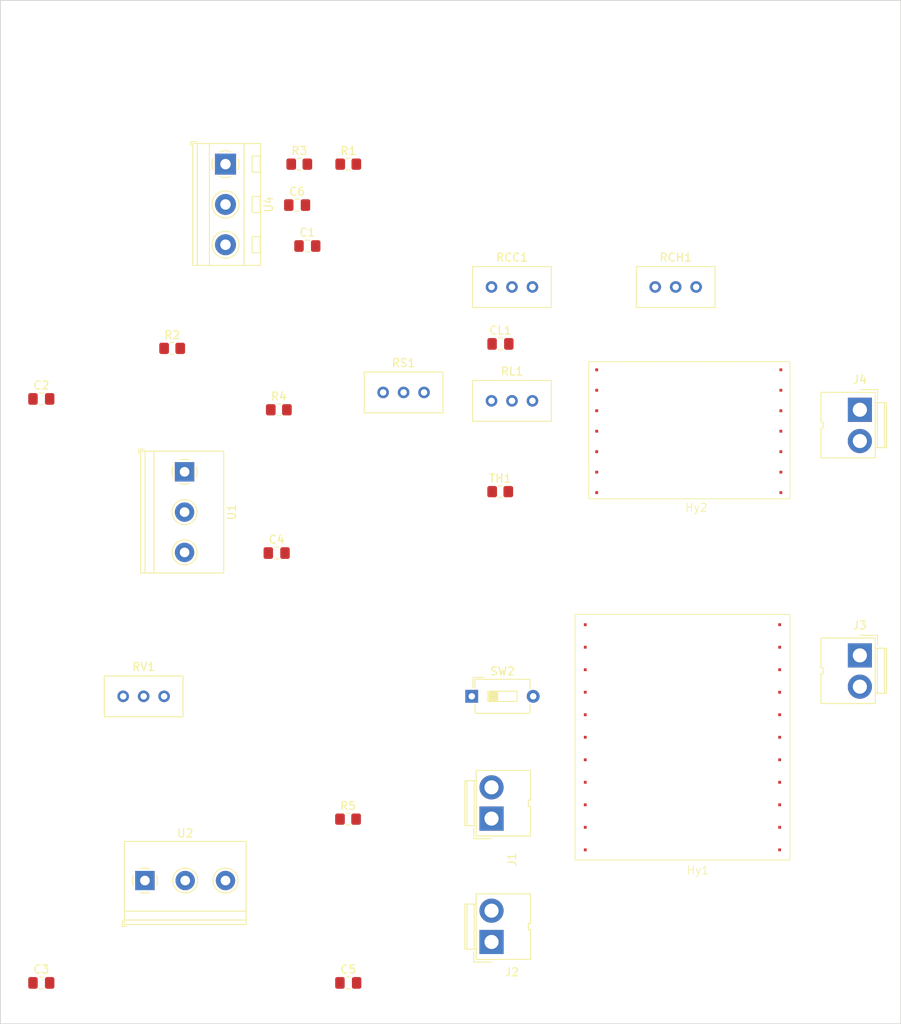
<source format=kicad_pcb>
(kicad_pcb (version 20221018) (generator pcbnew)
  (layers (0 "F.Cu" signal) (31 "B.Cu" signal) (34 "B.Paste" user) (35 "F.Paste" user) (36 "B.SilkS" user "B.Silkscreen") (37 "F.SilkS" user "F.Silkscreen") (38 "B.Mask" user) (39 "F.Mask" user) (44 "Edge.Cuts" user))
  (net 0 "")
  (net 1 "+15V")
  (net 2 "GND")
  (net 3 "-15V")
  (net 4 "/VEE")
  (net 5 "/VMOD")
  (net 6 "Net-(CL1-Pad1)")
  (net 7 "Net-(CL1-Pad2)")
  (net 14 "Net-(J3-Pin_1)")
  (net 19 "Net-(Hy2-Pad1)")
  (net 20 "Net-(Hy2-Pad2)")
  (net 22 "Net-(Hy2-Pad5)")
  (net 23 "Net-(Hy2-Pad6)")
  (net 24 "Net-(Hy2-Pad7)")
  (net 25 "/TEC_C")
  (net 26 "/TEC_H")
  (net 28 "Net-(U1-ADJ)")
  (net 29 "Net-(U2-ADJ)")
  (net 35 "Net-(Hy1-Pad7)")
  (net 36 "/VDD")
  (net 37 "Net-(U4-ADJ)")
  (footprint "Capacitor_SMD:C_0805_2012Metric_Pad1.18x1.45mm_HandSolder" (layer "F.Cu") (at 55.88 149.86)
    (fp_text reference "C3" (at 0 -1.68) (layer "F.SilkS"))
    (fp_text value "0.1uF")
    (fp_line (start -0.261252 -0.735) (end 0.261252 -0.735) (stroke (width 0.12)) (layer "F.SilkS"))
    (fp_line (start -0.261252 0.735) (end 0.261252 0.735) (stroke (width 0.12)) (layer "F.SilkS"))
    (pad "1" smd roundrect (at -1.0375 0) (size 1.175 1.45) (layers "F.Cu" "F.Paste" "F.Mask") (roundrect_rratio 0.212766) (net 3 "-15V"))
    (pad "2" smd roundrect (at 1.0375 0) (size 1.175 1.45) (layers "F.Cu" "F.Paste" "F.Mask") (roundrect_rratio 0.212766) (net 2 "GND"))
  )
  (footprint "Connector:JWT_A3963_1x02_P3.96mm_Vertical" (layer "F.Cu") (at 111.76 129.4725 90)
    (fp_text reference "J1" (at -5.08 2.54 90) (layer "F.SilkS"))
    (fp_text value "Conn_01x02")
    (fp_line (start -2.5 -2.2) (end -2.5 0) (stroke (width 0.12)) (layer "F.SilkS"))
    (fp_line (start -2.16 -1.91) (end -2.16 0) (stroke (width 0.12)) (layer "F.SilkS"))
    (fp_line (start -2.16 -1.91) (end 5.97 -1.91) (stroke (width 0.12)) (layer "F.SilkS"))
    (fp_line (start -2.16 0) (end -2.16 4.83) (stroke (width 0.12)) (layer "F.SilkS"))
    (fp_line (start -1.2 -2.2) (end -2.5 -2.2) (stroke (width 0.12)) (layer "F.SilkS"))
    (fp_line (start -0.89 -3.3) (end 4.7 -3.3) (stroke (width 0.12)) (layer "F.SilkS"))
    (fp_line (start -0.89 -3.05) (end 4.7 -3.05) (stroke (width 0.12)) (layer "F.SilkS"))
    (fp_line (start -0.89 -2.16) (end 4.7 -2.16) (stroke (width 0.12)) (layer "F.SilkS"))
    (fp_line (start -0.89 -1.91) (end -0.89 -3.3) (stroke (width 0.12)) (layer "F.SilkS"))
    (fp_line (start 1.52 4.57) (end 2.29 4.57) (stroke (width 0.12)) (layer "F.SilkS"))
    (fp_line (start 1.52 4.83) (end -2.16 4.83) (stroke (width 0.12)) (layer "F.SilkS"))
    (fp_line (start 1.52 4.83) (end 1.52 4.57) (stroke (width 0.12)) (layer "F.SilkS"))
    (fp_line (start 2.29 4.57) (end 2.29 4.83) (stroke (width 0.12)) (layer "F.SilkS"))
    (fp_line (start 2.29 4.83) (end 5.97 4.83) (stroke (width 0.12)) (layer "F.SilkS"))
    (fp_line (start 4.7 -1.91) (end 4.7 -3.3) (stroke (width 0.12)) (layer "F.SilkS"))
    (fp_line (start 5.97 -1.91) (end 5.97 0) (stroke (width 0.12)) (layer "F.SilkS"))
    (fp_line (start 5.97 4.83) (end 5.97 0) (stroke (width 0.12)) (layer "F.SilkS"))
    (pad "1" thru_hole rect (at 0 0 90) (size 3 3) (drill 1.75) (layers "*.Cu" "*.Mask") (net 1 "+15V"))
    (pad "2" thru_hole circle (at 3.88 0 90) (size 3 3) (drill 1.75) (layers "*.Cu" "*.Mask") (net 2 "GND"))
  )
  (footprint "Capacitor_SMD:C_0805_2012Metric_Pad1.18x1.45mm_HandSolder" (layer "F.Cu") (at 88.9 58.42)
    (fp_text reference "C1" (at 0 -1.68) (layer "F.SilkS"))
    (fp_text value "0.1uF")
    (fp_line (start -0.261252 -0.735) (end 0.261252 -0.735) (stroke (width 0.12)) (layer "F.SilkS"))
    (fp_line (start -0.261252 0.735) (end 0.261252 0.735) (stroke (width 0.12)) (layer "F.SilkS"))
    (pad "1" smd roundrect (at -1.0375 0) (size 1.175 1.45) (layers "F.Cu" "F.Paste" "F.Mask") (roundrect_rratio 0.212766) (net 1 "+15V"))
    (pad "2" smd roundrect (at 1.0375 0) (size 1.175 1.45) (layers "F.Cu" "F.Paste" "F.Mask") (roundrect_rratio 0.212766) (net 2 "GND"))
  )
  (footprint "TerminalBlock_MetzConnect:TerminalBlock_MetzConnect_Type094_RT03503HBLU_1x03_P5.00mm_Horizontal" (layer "F.Cu") (at 78.74 48.26 -90)
    (fp_text reference "U4" (at 5 -5.36 90) (layer "F.SilkS"))
    (fp_text value "LM350T")
    (fp_line (start -2.8 3.56) (end -2.8 4.3) (stroke (width 0.12)) (layer "F.SilkS"))
    (fp_line (start -2.8 4.3) (end -2.3 4.3) (stroke (width 0.12)) (layer "F.SilkS"))
    (fp_line (start -2.56 -4.36) (end -2.56 4.06) (stroke (width 0.12)) (layer "F.SilkS"))
    (fp_line (start -2.56 -4.36) (end 12.56 -4.36) (stroke (width 0.12)) (layer "F.SilkS"))
    (fp_line (start -2.56 -2.301) (end 12.56 -2.301) (stroke (width 0.12)) (layer "F.SilkS"))
    (fp_line (start -2.56 2) (end 12.56 2) (stroke (width 0.12)) (layer "F.SilkS"))
    (fp_line (start -2.56 3.5) (end 12.56 3.5) (stroke (width 0.12)) (layer "F.SilkS"))
    (fp_line (start -2.56 4.06) (end 12.56 4.06) (stroke (width 0.12)) (layer "F.SilkS"))
    (fp_line (start -1 -4.3) (end -1 -3.3) (stroke (width 0.12)) (layer "F.SilkS"))
    (fp_line (start -1 -4.3) (end 1 -4.3) (stroke (width 0.12)) (layer "F.SilkS"))
    (fp_line (start -1 -3.3) (end 1 -3.3) (stroke (width 0.12)) (layer "F.SilkS"))
    (fp_line (start 1 -4.3) (end 1 -3.3) (stroke (width 0.12)) (layer "F.SilkS"))
    (fp_line (start 3.773 1.023) (end 3.726 1.069) (stroke (width 0.12)) (layer "F.SilkS"))
    (fp_line (start 3.966 1.239) (end 3.931 1.274) (stroke (width 0.12)) (layer "F.SilkS"))
    (fp_line (start 4 -4.3) (end 4 -3.3) (stroke (width 0.12)) (layer "F.SilkS"))
    (fp_line (start 4 -4.3) (end 6 -4.3) (stroke (width 0.12)) (layer "F.SilkS"))
    (fp_line (start 4 -3.3) (end 6 -3.3) (stroke (width 0.12)) (layer "F.SilkS"))
    (fp_line (start 6 -4.3) (end 6 -3.3) (stroke (width 0.12)) (layer "F.SilkS"))
    (fp_line (start 6.07 -1.275) (end 6.035 -1.239) (stroke (width 0.12)) (layer "F.SilkS"))
    (fp_line (start 6.275 -1.069) (end 6.228 -1.023) (stroke (width 0.12)) (layer "F.SilkS"))
    (fp_line (start 8.773 1.023) (end 8.726 1.069) (stroke (width 0.12)) (layer "F.SilkS"))
    (fp_line (start 8.966 1.239) (end 8.931 1.274) (stroke (width 0.12)) (layer "F.SilkS"))
    (fp_line (start 9 -4.3) (end 9 -3.3) (stroke (width 0.12)) (layer "F.SilkS"))
    (fp_line (start 9 -4.3) (end 11 -4.3) (stroke (width 0.12)) (layer "F.SilkS"))
    (fp_line (start 9 -3.3) (end 11 -3.3) (stroke (width 0.12)) (layer "F.SilkS"))
    (fp_line (start 11 -4.3) (end 11 -3.3) (stroke (width 0.12)) (layer "F.SilkS"))
    (fp_line (start 11.07 -1.275) (end 11.035 -1.239) (stroke (width 0.12)) (layer "F.SilkS"))
    (fp_line (start 11.275 -1.069) (end 11.228 -1.023) (stroke (width 0.12)) (layer "F.SilkS"))
    (fp_line (start 12.56 -4.36) (end 12.56 4.06) (stroke (width 0.12)) (layer "F.SilkS"))
    (fp_arc (start -1.535427 0.683042) (mid -1.680501 -0.000524) (end -1.535 -0.684) (stroke (width 0.12)) (layer "F.SilkS"))
    (fp_arc (start -0.683042 -1.535427) (mid 0.000524 -1.680501) (end 0.684 -1.535) (stroke (width 0.12)) (layer "F.SilkS"))
    (fp_arc (start 0.028805 1.680253) (mid -0.335551 1.646659) (end -0.684 1.535) (stroke (width 0.12)) (layer "F.SilkS"))
    (fp_arc (start 0.683318 1.534756) (mid 0.349292 1.643288) (end 0 1.68) (stroke (width 0.12)) (layer "F.SilkS"))
    (fp_arc (start 1.535427 -0.683042) (mid 1.680501 0.000524) (end 1.535 0.684) (stroke (width 0.12)) (layer "F.SilkS"))
    (fp_circle (center 5 0) (end 6.68 0) (stroke (width 0.12)) (fill none) (layer "F.SilkS"))
    (fp_circle (center 10 0) (end 11.68 0) (stroke (width 0.12)) (fill none) (layer "F.SilkS"))
    (pad "1" thru_hole rect (at 0 0 270) (size 2.6 2.6) (drill 1.3) (layers "*.Cu" "*.Mask") (net 37 "Net-(U4-ADJ)"))
    (pad "2" thru_hole circle (at 5 0 270) (size 2.6 2.6) (drill 1.3) (layers "*.Cu" "*.Mask") (net 36 "/VDD"))
    (pad "3" thru_hole circle (at 10 0 270) (size 2.6 2.6) (drill 1.3) (layers "*.Cu" "*.Mask") (net 1 "+15V"))
  )
  (footprint "Resistor_SMD:R_0805_2012Metric_Pad1.20x1.40mm_HandSolder" (layer "F.Cu") (at 72.12 71.12)
    (fp_text reference "R2" (at 0 -1.65) (layer "F.SilkS"))
    (fp_text value "1032")
    (fp_line (start -0.227064 -0.735) (end 0.227064 -0.735) (stroke (width 0.12)) (layer "F.SilkS"))
    (fp_line (start -0.227064 0.735) (end 0.227064 0.735) (stroke (width 0.12)) (layer "F.SilkS"))
    (pad "1" smd roundrect (at -1 0) (size 1.2 1.4) (layers "F.Cu" "F.Paste" "F.Mask") (roundrect_rratio 0.208333) (net 28 "Net-(U1-ADJ)"))
    (pad "2" smd roundrect (at 1 0) (size 1.2 1.4) (layers "F.Cu" "F.Paste" "F.Mask") (roundrect_rratio 0.208333) (net 2 "GND"))
  )
  (footprint "Capacitor_SMD:C_0805_2012Metric_Pad1.18x1.45mm_HandSolder" (layer "F.Cu") (at 55.88 77.39452)
    (fp_text reference "C2" (at 0 -1.68) (layer "F.SilkS"))
    (fp_text value "0.1uF")
    (fp_line (start -0.261252 -0.735) (end 0.261252 -0.735) (stroke (width 0.12)) (layer "F.SilkS"))
    (fp_line (start -0.261252 0.735) (end 0.261252 0.735) (stroke (width 0.12)) (layer "F.SilkS"))
    (pad "1" smd roundrect (at -1.0375 0) (size 1.175 1.45) (layers "F.Cu" "F.Paste" "F.Mask") (roundrect_rratio 0.212766) (net 3 "-15V"))
    (pad "2" smd roundrect (at 1.0375 0) (size 1.175 1.45) (layers "F.Cu" "F.Paste" "F.Mask") (roundrect_rratio 0.212766) (net 2 "GND"))
  )
  (footprint "Resistor_SMD:R_0805_2012Metric_Pad1.20x1.40mm_HandSolder" (layer "F.Cu") (at 85.36 78.74)
    (fp_text reference "R4" (at 0 -1.65) (layer "F.SilkS"))
    (fp_text value "120")
    (fp_line (start -0.227064 -0.735) (end 0.227064 -0.735) (stroke (width 0.12)) (layer "F.SilkS"))
    (fp_line (start -0.227064 0.735) (end 0.227064 0.735) (stroke (width 0.12)) (layer "F.SilkS"))
    (pad "1" smd roundrect (at -1 0) (size 1.2 1.4) (layers "F.Cu" "F.Paste" "F.Mask") (roundrect_rratio 0.208333) (net 28 "Net-(U1-ADJ)"))
    (pad "2" smd roundrect (at 1 0) (size 1.2 1.4) (layers "F.Cu" "F.Paste" "F.Mask") (roundrect_rratio 0.208333) (net 4 "/VEE"))
  )
  (footprint "Potentiometer_THT:Potentiometer_Bourns_3296W_Vertical" (layer "F.Cu") (at 103.385 76.59)
    (fp_text reference "RS1" (at -2.54 -3.66) (layer "F.SilkS"))
    (fp_text value "18k1")
    (fp_line (start -7.425 -2.53) (end -7.425 2.54) (stroke (width 0.12)) (layer "F.SilkS"))
    (fp_line (start -7.425 -2.53) (end 2.345 -2.53) (stroke (width 0.12)) (layer "F.SilkS"))
    (fp_line (start -7.425 2.54) (end 2.345 2.54) (stroke (width 0.12)) (layer "F.SilkS"))
    (fp_line (start 2.345 -2.53) (end 2.345 2.54) (stroke (width 0.12)) (layer "F.SilkS"))
    (pad "1" thru_hole circle (at 0 0) (size 1.44 1.44) (drill 0.8) (layers "*.Cu" "*.Mask"))
    (pad "2" thru_hole circle (at -2.54 0) (size 1.44 1.44) (drill 0.8) (layers "*.Cu" "*.Mask") (net 19 "Net-(Hy2-Pad1)"))
    (pad "3" thru_hole circle (at -5.08 0) (size 1.44 1.44) (drill 0.8) (layers "*.Cu" "*.Mask") (net 24 "Net-(Hy2-Pad7)"))
  )
  (footprint "TerminalBlock_Philmore:TerminalBlock_Philmore_TB133_1x03_P5.00mm_Horizontal" (layer "F.Cu") (at 68.74 137.16)
    (fp_text reference "U2" (at 5 -5.86) (layer "F.SilkS"))
    (fp_text value "LM337T")
    (fp_line (start -2.8 4.96) (end -2.8 5.7) (stroke (width 0.12)) (layer "F.SilkS"))
    (fp_line (start -2.8 5.7) (end -2.3 5.7) (stroke (width 0.12)) (layer "F.SilkS"))
    (fp_line (start -2.56 -4.86) (end -2.56 5.46) (stroke (width 0.12)) (layer "F.SilkS"))
    (fp_line (start -2.56 -4.86) (end 12.56 -4.86) (stroke (width 0.12)) (layer "F.SilkS"))
    (fp_line (start -2.56 3.8) (end 12.56 3.8) (stroke (width 0.12)) (layer "F.SilkS"))
    (fp_line (start -2.56 4.9) (end 12.56 4.9) (stroke (width 0.12)) (layer "F.SilkS"))
    (fp_line (start -2.56 5.46) (end 12.56 5.46) (stroke (width 0.12)) (layer "F.SilkS"))
    (fp_line (start 12.56 -4.86) (end 12.56 5.46) (stroke (width 0.12)) (layer "F.SilkS"))
    (fp_arc (start -1.432109 0.607742) (mid -1.555727 -0.00014) (end -1.432 -0.608) (stroke (width 0.12)) (layer "F.SilkS"))
    (fp_arc (start -0.607742 -1.432109) (mid 0.00014 -1.555727) (end 0.608 -1.432) (stroke (width 0.12)) (layer "F.SilkS"))
    (fp_arc (start 0.027011 1.555493) (mid -0.296984 1.527118) (end -0.608 1.432) (stroke (width 0.12)) (layer "F.SilkS"))
    (fp_arc (start 0.607587 1.431385) (mid 0.310017 1.523783) (end 0 1.555) (stroke (width 0.12)) (layer "F.SilkS"))
    (fp_arc (start 1.432109 -0.607742) (mid 1.555727 0.00014) (end 1.432 0.608) (stroke (width 0.12)) (layer "F.SilkS"))
    (fp_circle (center 5 0) (end 6.555 0) (stroke (width 0.12)) (fill none) (layer "F.SilkS"))
    (fp_circle (center 10 0) (end 11.555 0) (stroke (width 0.12)) (fill none) (layer "F.SilkS"))
    (pad "1" thru_hole rect (at 0 0) (size 2.4 2.4) (drill 1.2) (layers "*.Cu" "*.Mask") (net 29 "Net-(U2-ADJ)"))
    (pad "2" thru_hole circle (at 5 0) (size 2.4 2.4) (drill 1.2) (layers "*.Cu" "*.Mask") (net 3 "-15V"))
    (pad "3" thru_hole circle (at 10 0) (size 2.4 2.4) (drill 1.2) (layers "*.Cu" "*.Mask") (net 5 "/VMOD"))
  )
  (footprint "Resistor_SMD:R_0805_2012Metric_Pad1.20x1.40mm_HandSolder" (layer "F.Cu") (at 112.84 88.9)
    (fp_text reference "TH1" (at 0 -1.65) (layer "F.SilkS"))
    (fp_text value "Thermistor")
    (fp_line (start -0.227064 -0.735) (end 0.227064 -0.735) (stroke (width 0.12)) (layer "F.SilkS"))
    (fp_line (start -0.227064 0.735) (end 0.227064 0.735) (stroke (width 0.12)) (layer "F.SilkS"))
    (pad "1" smd roundrect (at -1 0) (size 1.2 1.4) (layers "F.Cu" "F.Paste" "F.Mask") (roundrect_rratio 0.208333) (net 23 "Net-(Hy2-Pad6)"))
    (pad "2" smd roundrect (at 1 0) (size 1.2 1.4) (layers "F.Cu" "F.Paste" "F.Mask") (roundrect_rratio 0.208333) (net 24 "Net-(Hy2-Pad7)"))
  )
  (footprint "TerminalBlock_Philmore:TerminalBlock_Philmore_TB133_1x03_P5.00mm_Horizontal" (layer "F.Cu") (at 73.66 86.44 -90)
    (fp_text reference "U1" (at 5 -5.86 90) (layer "F.SilkS"))
    (fp_text value "LM337T")
    (fp_line (start -2.8 4.96) (end -2.8 5.7) (stroke (width 0.12)) (layer "F.SilkS"))
    (fp_line (start -2.8 5.7) (end -2.3 5.7) (stroke (width 0.12)) (layer "F.SilkS"))
    (fp_line (start -2.56 -4.86) (end -2.56 5.46) (stroke (width 0.12)) (layer "F.SilkS"))
    (fp_line (start -2.56 -4.86) (end 12.56 -4.86) (stroke (width 0.12)) (layer "F.SilkS"))
    (fp_line (start -2.56 3.8) (end 12.56 3.8) (stroke (width 0.12)) (layer "F.SilkS"))
    (fp_line (start -2.56 4.9) (end 12.56 4.9) (stroke (width 0.12)) (layer "F.SilkS"))
    (fp_line (start -2.56 5.46) (end 12.56 5.46) (stroke (width 0.12)) (layer "F.SilkS"))
    (fp_line (start 12.56 -4.86) (end 12.56 5.46) (stroke (width 0.12)) (layer "F.SilkS"))
    (fp_arc (start -1.432109 0.607742) (mid -1.555727 -0.00014) (end -1.432 -0.608) (stroke (width 0.12)) (layer "F.SilkS"))
    (fp_arc (start -0.607742 -1.432109) (mid 0.00014 -1.555727) (end 0.608 -1.432) (stroke (width 0.12)) (layer "F.SilkS"))
    (fp_arc (start 0.027011 1.555493) (mid -0.296984 1.527118) (end -0.608 1.432) (stroke (width 0.12)) (layer "F.SilkS"))
    (fp_arc (start 0.607587 1.431385) (mid 0.310017 1.523783) (end 0 1.555) (stroke (width 0.12)) (layer "F.SilkS"))
    (fp_arc (start 1.432109 -0.607742) (mid 1.555727 0.00014) (end 1.432 0.608) (stroke (width 0.12)) (layer "F.SilkS"))
    (fp_circle (center 5 0) (end 6.555 0) (stroke (width 0.12)) (fill none) (layer "F.SilkS"))
    (fp_circle (center 10 0) (end 11.555 0) (stroke (width 0.12)) (fill none) (layer "F.SilkS"))
    (pad "1" thru_hole rect (at 0 0 270) (size 2.4 2.4) (drill 1.2) (layers "*.Cu" "*.Mask") (net 28 "Net-(U1-ADJ)"))
    (pad "2" thru_hole circle (at 5 0 270) (size 2.4 2.4) (drill 1.2) (layers "*.Cu" "*.Mask") (net 3 "-15V"))
    (pad "3" thru_hole circle (at 10 0 270) (size 2.4 2.4) (drill 1.2) (layers "*.Cu" "*.Mask") (net 4 "/VEE"))
  )
  (footprint "Capacitor_SMD:C_0805_2012Metric_Pad1.18x1.45mm_HandSolder" (layer "F.Cu") (at 85.09 96.52)
    (fp_text reference "C4" (at 0 -1.68) (layer "F.SilkS"))
    (fp_text value "1uF")
    (fp_line (start -0.261252 -0.735) (end 0.261252 -0.735) (stroke (width 0.12)) (layer "F.SilkS"))
    (fp_line (start -0.261252 0.735) (end 0.261252 0.735) (stroke (width 0.12)) (layer "F.SilkS"))
    (pad "1" smd roundrect (at -1.0375 0) (size 1.175 1.45) (layers "F.Cu" "F.Paste" "F.Mask") (roundrect_rratio 0.212766) (net 4 "/VEE"))
    (pad "2" smd roundrect (at 1.0375 0) (size 1.175 1.45) (layers "F.Cu" "F.Paste" "F.Mask") (roundrect_rratio 0.212766) (net 2 "GND"))
  )
  (footprint "Resistor_SMD:R_0805_2012Metric_Pad1.20x1.40mm_HandSolder" (layer "F.Cu") (at 93.95 129.54)
    (fp_text reference "R5" (at 0 -1.65) (layer "F.SilkS"))
    (fp_text value "120")
    (fp_line (start -0.227064 -0.735) (end 0.227064 -0.735) (stroke (width 0.12)) (layer "F.SilkS"))
    (fp_line (start -0.227064 0.735) (end 0.227064 0.735) (stroke (width 0.12)) (layer "F.SilkS"))
    (pad "1" smd roundrect (at -1 0) (size 1.2 1.4) (layers "F.Cu" "F.Paste" "F.Mask") (roundrect_rratio 0.208333) (net 29 "Net-(U2-ADJ)"))
    (pad "2" smd roundrect (at 1 0) (size 1.2 1.4) (layers "F.Cu" "F.Paste" "F.Mask") (roundrect_rratio 0.208333) (net 5 "/VMOD"))
  )
  (footprint "Connector:JWT_A3963_1x02_P3.96mm_Vertical" (layer "F.Cu") (at 111.76 144.78 90)
    (fp_text reference "J2" (at -3.74 2.54 180) (layer "F.SilkS"))
    (fp_text value "Conn_01x02")
    (fp_line (start -2.5 -2.2) (end -2.5 0) (stroke (width 0.12)) (layer "F.SilkS"))
    (fp_line (start -2.16 -1.91) (end -2.16 0) (stroke (width 0.12)) (layer "F.SilkS"))
    (fp_line (start -2.16 -1.91) (end 5.97 -1.91) (stroke (width 0.12)) (layer "F.SilkS"))
    (fp_line (start -2.16 0) (end -2.16 4.83) (stroke (width 0.12)) (layer "F.SilkS"))
    (fp_line (start -1.2 -2.2) (end -2.5 -2.2) (stroke (width 0.12)) (layer "F.SilkS"))
    (fp_line (start -0.89 -3.3) (end 4.7 -3.3) (stroke (width 0.12)) (layer "F.SilkS"))
    (fp_line (start -0.89 -3.05) (end 4.7 -3.05) (stroke (width 0.12)) (layer "F.SilkS"))
    (fp_line (start -0.89 -2.16) (end 4.7 -2.16) (stroke (width 0.12)) (layer "F.SilkS"))
    (fp_line (start -0.89 -1.91) (end -0.89 -3.3) (stroke (width 0.12)) (layer "F.SilkS"))
    (fp_line (start 1.52 4.57) (end 2.29 4.57) (stroke (width 0.12)) (layer "F.SilkS"))
    (fp_line (start 1.52 4.83) (end -2.16 4.83) (stroke (width 0.12)) (layer "F.SilkS"))
    (fp_line (start 1.52 4.83) (end 1.52 4.57) (stroke (width 0.12)) (layer "F.SilkS"))
    (fp_line (start 2.29 4.57) (end 2.29 4.83) (stroke (width 0.12)) (layer "F.SilkS"))
    (fp_line (start 2.29 4.83) (end 5.97 4.83) (stroke (width 0.12)) (layer "F.SilkS"))
    (fp_line (start 4.7 -1.91) (end 4.7 -3.3) (stroke (width 0.12)) (layer "F.SilkS"))
    (fp_line (start 5.97 -1.91) (end 5.97 0) (stroke (width 0.12)) (layer "F.SilkS"))
    (fp_line (start 5.97 4.83) (end 5.97 0) (stroke (width 0.12)) (layer "F.SilkS"))
    (pad "1" thru_hole rect (at 0 0 90) (size 3 3) (drill 1.75) (layers "*.Cu" "*.Mask") (net 3 "-15V"))
    (pad "2" thru_hole circle (at 3.88 0 90) (size 3 3) (drill 1.75) (layers "*.Cu" "*.Mask") (net 2 "GND"))
  )
  (footprint "Potentiometer_THT:Potentiometer_Bourns_3296W_Vertical" (layer "F.Cu") (at 116.84 63.5)
    (fp_text reference "RCC1" (at -2.54 -3.66) (layer "F.SilkS"))
    (fp_text value "15k1")
    (fp_line (start -7.425 -2.53) (end -7.425 2.54) (stroke (width 0.12)) (layer "F.SilkS"))
    (fp_line (start -7.425 -2.53) (end 2.345 -2.53) (stroke (width 0.12)) (layer "F.SilkS"))
    (fp_line (start -7.425 2.54) (end 2.345 2.54) (stroke (width 0.12)) (layer "F.SilkS"))
    (fp_line (start 2.345 -2.53) (end 2.345 2.54) (stroke (width 0.12)) (layer "F.SilkS"))
    (pad "1" thru_hole circle (at 0 0) (size 1.44 1.44) (drill 0.8) (layers "*.Cu" "*.Mask"))
    (pad "2" thru_hole circle (at -2.54 0) (size 1.44 1.44) (drill 0.8) (layers "*.Cu" "*.Mask") (net 19 "Net-(Hy2-Pad1)"))
    (pad "3" thru_hole circle (at -5.08 0) (size 1.44 1.44) (drill 0.8) (layers "*.Cu" "*.Mask") (net 6 "Net-(CL1-Pad1)"))
  )
  (footprint "Button_Switch_THT:SW_DIP_SPSTx01_Slide_6.7x4.1mm_W7.62mm_P2.54mm_LowProfile" (layer "F.Cu") (at 109.31 114.3)
    (fp_text reference "SW2" (at 3.81 -3.11) (layer "F.SilkS"))
    (fp_text value "SW_DIP_x01")
    (fp_line (start 0.16 -2.35) (end 0.16 -1.04) (stroke (width 0.12)) (layer "F.SilkS"))
    (fp_line (start 0.16 -2.35) (end 1.543 -2.35) (stroke (width 0.12)) (layer "F.SilkS"))
    (fp_line (start 0.4 -2.11) (end 0.4 -1.04) (stroke (width 0.12)) (layer "F.SilkS"))
    (fp_line (start 0.4 -2.11) (end 7.221 -2.11) (stroke (width 0.12)) (layer "F.SilkS"))
    (fp_line (start 0.4 1.04) (end 0.4 2.11) (stroke (width 0.12)) (layer "F.SilkS"))
    (fp_line (start 0.4 2.11) (end 7.221 2.11) (stroke (width 0.12)) (layer "F.SilkS"))
    (fp_line (start 2 -0.635) (end 2 0.635) (stroke (width 0.12)) (layer "F.SilkS"))
    (fp_line (start 2 -0.515) (end 3.206667 -0.515) (stroke (width 0.12)) (layer "F.SilkS"))
    (fp_line (start 2 -0.395) (end 3.206667 -0.395) (stroke (width 0.12)) (layer "F.SilkS"))
    (fp_line (start 2 -0.275) (end 3.206667 -0.275) (stroke (width 0.12)) (layer "F.SilkS"))
    (fp_line (start 2 -0.155) (end 3.206667 -0.155) (stroke (width 0.12)) (layer "F.SilkS"))
    (fp_line (start 2 -0.035) (end 3.206667 -0.035) (stroke (width 0.12)) (layer "F.SilkS"))
    (fp_line (start 2 0.085) (end 3.206667 0.085) (stroke (width 0.12)) (layer "F.SilkS"))
    (fp_line (start 2 0.205) (end 3.206667 0.205) (stroke (width 0.12)) (layer "F.SilkS"))
    (fp_line (start 2 0.325) (end 3.206667 0.325) (stroke (width 0.12)) (layer "F.SilkS"))
    (fp_line (start 2 0.445) (end 3.206667 0.445) (stroke (width 0.12)) (layer "F.SilkS"))
    (fp_line (start 2 0.565) (end 3.206667 0.565) (stroke (width 0.12)) (layer "F.SilkS"))
    (fp_line (start 2 0.635) (end 5.62 0.635) (stroke (width 0.12)) (layer "F.SilkS"))
    (fp_line (start 3.206667 -0.635) (end 3.206667 0.635) (stroke (width 0.12)) (layer "F.SilkS"))
    (fp_line (start 5.62 -0.635) (end 2 -0.635) (stroke (width 0.12)) (layer "F.SilkS"))
    (fp_line (start 5.62 0.635) (end 5.62 -0.635) (stroke (width 0.12)) (layer "F.SilkS"))
    (fp_line (start 7.221 -2.11) (end 7.221 -0.99) (stroke (width 0.12)) (layer "F.SilkS"))
    (fp_line (start 7.221 0.99) (end 7.221 2.11) (stroke (width 0.12)) (layer "F.SilkS"))
    (pad "1" thru_hole rect (at 0 0) (size 1.6 1.6) (drill 0.8) (layers "*.Cu" "*.Mask") (net 4 "/VEE"))
    (pad "2" thru_hole oval (at 7.62 0) (size 1.6 1.6) (drill 0.8) (layers "*.Cu" "*.Mask") (net 35 "Net-(Hy1-Pad7)"))
  )
  (footprint "Connector:JWT_A3963_1x02_P3.96mm_Vertical" (layer "F.Cu") (at 157.48 109.22 -90)
    (fp_text reference "J3" (at -3.74 0 -180) (layer "F.SilkS"))
    (fp_text value "Conn_01x02")
    (fp_line (start -2.5 -2.2) (end -2.5 0) (stroke (width 0.12)) (layer "F.SilkS"))
    (fp_line (start -2.16 -1.91) (end -2.16 0) (stroke (width 0.12)) (layer "F.SilkS"))
    (fp_line (start -2.16 -1.91) (end 5.97 -1.91) (stroke (width 0.12)) (layer "F.SilkS"))
    (fp_line (start -2.16 0) (end -2.16 4.83) (stroke (width 0.12)) (layer "F.SilkS"))
    (fp_line (start -1.2 -2.2) (end -2.5 -2.2) (stroke (width 0.12)) (layer "F.SilkS"))
    (fp_line (start -0.89 -3.3) (end 4.7 -3.3) (stroke (width 0.12)) (layer "F.SilkS"))
    (fp_line (start -0.89 -3.05) (end 4.7 -3.05) (stroke (width 0.12)) (layer "F.SilkS"))
    (fp_line (start -0.89 -2.16) (end 4.7 -2.16) (stroke (width 0.12)) (layer "F.SilkS"))
    (fp_line (start -0.89 -1.91) (end -0.89 -3.3) (stroke (width 0.12)) (layer "F.SilkS"))
    (fp_line (start 1.52 4.57) (end 2.29 4.57) (stroke (width 0.12)) (layer "F.SilkS"))
    (fp_line (start 1.52 4.83) (end -2.16 4.83) (stroke (width 0.12)) (layer "F.SilkS"))
    (fp_line (start 1.52 4.83) (end 1.52 4.57) (stroke (width 0.12)) (layer "F.SilkS"))
    (fp_line (start 2.29 4.57) (end 2.29 4.83) (stroke (width 0.12)) (layer "F.SilkS"))
    (fp_line (start 2.29 4.83) (end 5.97 4.83) (stroke (width 0.12)) (layer "F.SilkS"))
    (fp_line (start 4.7 -1.91) (end 4.7 -3.3) (stroke (width 0.12)) (layer "F.SilkS"))
    (fp_line (start 5.97 -1.91) (end 5.97 0) (stroke (width 0.12)) (layer "F.SilkS"))
    (fp_line (start 5.97 4.83) (end 5.97 0) (stroke (width 0.12)) (layer "F.SilkS"))
    (pad "1" thru_hole rect (at 0 0 270) (size 3 3) (drill 1.75) (layers "*.Cu" "*.Mask") (net 14 "Net-(J3-Pin_1)"))
    (pad "2" thru_hole circle (at 3.88 0 270) (size 3 3) (drill 1.75) (layers "*.Cu" "*.Mask") (net 2 "GND"))
  )
  (footprint "Connector:JWT_A3963_1x02_P3.96mm_Vertical" (layer "F.Cu") (at 157.48 78.74 -90)
    (fp_text reference "J4" (at -3.74 0 -180) (layer "F.SilkS"))
    (fp_text value "Conn_01x02")
    (fp_line (start -2.5 -2.2) (end -2.5 0) (stroke (width 0.12)) (layer "F.SilkS"))
    (fp_line (start -2.16 -1.91) (end -2.16 0) (stroke (width 0.12)) (layer "F.SilkS"))
    (fp_line (start -2.16 -1.91) (end 5.97 -1.91) (stroke (width 0.12)) (layer "F.SilkS"))
    (fp_line (start -2.16 0) (end -2.16 4.83) (stroke (width 0.12)) (layer "F.SilkS"))
    (fp_line (start -1.2 -2.2) (end -2.5 -2.2) (stroke (width 0.12)) (layer "F.SilkS"))
    (fp_line (start -0.89 -3.3) (end 4.7 -3.3) (stroke (width 0.12)) (layer "F.SilkS"))
    (fp_line (start -0.89 -3.05) (end 4.7 -3.05) (stroke (width 0.12)) (layer "F.SilkS"))
    (fp_line (start -0.89 -2.16) (end 4.7 -2.16) (stroke (width 0.12)) (layer "F.SilkS"))
    (fp_line (start -0.89 -1.91) (end -0.89 -3.3) (stroke (width 0.12)) (layer "F.SilkS"))
    (fp_line (start 1.52 4.57) (end 2.29 4.57) (stroke (width 0.12)) (layer "F.SilkS"))
    (fp_line (start 1.52 4.83) (end -2.16 4.83) (stroke (width 0.12)) (layer "F.SilkS"))
    (fp_line (start 1.52 4.83) (end 1.52 4.57) (stroke (width 0.12)) (layer "F.SilkS"))
    (fp_line (start 2.29 4.57) (end 2.29 4.83) (stroke (width 0.12)) (layer "F.SilkS"))
    (fp_line (start 2.29 4.83) (end 5.97 4.83) (stroke (width 0.12)) (layer "F.SilkS"))
    (fp_line (start 4.7 -1.91) (end 4.7 -3.3) (stroke (width 0.12)) (layer "F.SilkS"))
    (fp_line (start 5.97 -1.91) (end 5.97 0) (stroke (width 0.12)) (layer "F.SilkS"))
    (fp_line (start 5.97 4.83) (end 5.97 0) (stroke (width 0.12)) (layer "F.SilkS"))
    (pad "1" thru_hole rect (at 0 0 270) (size 3 3) (drill 1.75) (layers "*.Cu" "*.Mask") (net 26 "/TEC_H"))
    (pad "2" thru_hole circle (at 3.88 0 270) (size 3 3) (drill 1.75) (layers "*.Cu" "*.Mask") (net 25 "/TEC_C"))
  )
  (footprint "Capacitor_SMD:C_0805_2012Metric_Pad1.18x1.45mm_HandSolder" (layer "F.Cu") (at 112.87 70.565875)
    (fp_text reference "CL1" (at 0 -1.68) (layer "F.SilkS"))
    (fp_text value "1uF")
    (fp_line (start -0.261252 -0.735) (end 0.261252 -0.735) (stroke (width 0.12)) (layer "F.SilkS"))
    (fp_line (start -0.261252 0.735) (end 0.261252 0.735) (stroke (width 0.12)) (layer "F.SilkS"))
    (pad "1" smd roundrect (at -1.0375 0) (size 1.175 1.45) (layers "F.Cu" "F.Paste" "F.Mask") (roundrect_rratio 0.212766) (net 6 "Net-(CL1-Pad1)"))
    (pad "2" smd roundrect (at 1.0375 0) (size 1.175 1.45) (layers "F.Cu" "F.Paste" "F.Mask") (roundrect_rratio 0.212766) (net 7 "Net-(CL1-Pad2)"))
  )
  (footprint "Potentiometer_THT:Potentiometer_Bourns_3296W_Vertical" (layer "F.Cu") (at 116.84 77.63175)
    (fp_text reference "RL1" (at -2.54 -3.66) (layer "F.SilkS"))
    (fp_text value "4.7M1")
    (fp_line (start -7.425 -2.53) (end -7.425 2.54) (stroke (width 0.12)) (layer "F.SilkS"))
    (fp_line (start -7.425 -2.53) (end 2.345 -2.53) (stroke (width 0.12)) (layer "F.SilkS"))
    (fp_line (start -7.425 2.54) (end 2.345 2.54) (stroke (width 0.12)) (layer "F.SilkS"))
    (fp_line (start 2.345 -2.53) (end 2.345 2.54) (stroke (width 0.12)) (layer "F.SilkS"))
    (pad "1" thru_hole circle (at 0 0) (size 1.44 1.44) (drill 0.8) (layers "*.Cu" "*.Mask"))
    (pad "2" thru_hole circle (at -2.54 0) (size 1.44 1.44) (drill 0.8) (layers "*.Cu" "*.Mask") (net 7 "Net-(CL1-Pad2)"))
    (pad "3" thru_hole circle (at -5.08 0) (size 1.44 1.44) (drill 0.8) (layers "*.Cu" "*.Mask") (net 22 "Net-(Hy2-Pad5)"))
  )
  (footprint "Capacitor_SMD:C_0805_2012Metric_Pad1.18x1.45mm_HandSolder" (layer "F.Cu") (at 93.98 149.86)
    (fp_text reference "C5" (at 0 -1.68) (layer "F.SilkS"))
    (fp_text value "1uF")
    (fp_line (start -0.261252 -0.735) (end 0.261252 -0.735) (stroke (width 0.12)) (layer "F.SilkS"))
    (fp_line (start -0.261252 0.735) (end 0.261252 0.735) (stroke (width 0.12)) (layer "F.SilkS"))
    (pad "1" smd roundrect (at -1.0375 0) (size 1.175 1.45) (layers "F.Cu" "F.Paste" "F.Mask") (roundrect_rratio 0.212766) (net 5 "/VMOD"))
    (pad "2" smd roundrect (at 1.0375 0) (size 1.175 1.45) (layers "F.Cu" "F.Paste" "F.Mask") (roundrect_rratio 0.212766) (net 2 "GND"))
  )
  (footprint "Resistor_SMD:R_0805_2012Metric_Pad1.20x1.40mm_HandSolder" (layer "F.Cu") (at 93.98 48.26)
    (fp_text reference "R1" (at 0 -1.65) (layer "F.SilkS"))
    (fp_text value "744")
    (fp_line (start -0.227064 -0.735) (end 0.227064 -0.735) (stroke (width 0.12)) (layer "F.SilkS"))
    (fp_line (start -0.227064 0.735) (end 0.227064 0.735) (stroke (width 0.12)) (layer "F.SilkS"))
    (pad "1" smd roundrect (at -1 0) (size 1.2 1.4) (layers "F.Cu" "F.Paste" "F.Mask") (roundrect_rratio 0.208333) (net 2 "GND"))
    (pad "2" smd roundrect (at 1 0) (size 1.2 1.4) (layers "F.Cu" "F.Paste" "F.Mask") (roundrect_rratio 0.208333) (net 37 "Net-(U4-ADJ)"))
  )
  (footprint "Potentiometer_THT:Potentiometer_Bourns_3296W_Vertical" (layer "F.Cu") (at 71.12 114.3)
    (fp_text reference "RV1" (at -2.54 -3.66) (layer "F.SilkS"))
    (fp_text value "1032")
    (fp_line (start -7.425 -2.53) (end -7.425 2.54) (stroke (width 0.12)) (layer "F.SilkS"))
    (fp_line (start -7.425 -2.53) (end 2.345 -2.53) (stroke (width 0.12)) (layer "F.SilkS"))
    (fp_line (start -7.425 2.54) (end 2.345 2.54) (stroke (width 0.12)) (layer "F.SilkS"))
    (fp_line (start 2.345 -2.53) (end 2.345 2.54) (stroke (width 0.12)) (layer "F.SilkS"))
    (pad "1" thru_hole circle (at 0 0) (size 1.44 1.44) (drill 0.8) (layers "*.Cu" "*.Mask") (net 29 "Net-(U2-ADJ)"))
    (pad "2" thru_hole circle (at -2.54 0) (size 1.44 1.44) (drill 0.8) (layers "*.Cu" "*.Mask") (net 2 "GND"))
    (pad "3" thru_hole circle (at -5.08 0) (size 1.44 1.44) (drill 0.8) (layers "*.Cu" "*.Mask"))
  )
  (footprint "Hytek_Controllers:Hy5640" (layer "F.Cu") (at 124.815 73.78)
    (fp_text reference "Hy2" (at 12.36 17.1 unlocked) (layer "F.SilkS") (effects (font (thickness 0.1))))
    (fp_text value "~")
    (fp_line (start -0.99 -1) (end -0.98 16.01) (stroke (width 0.1)) (layer "F.SilkS"))
    (fp_line (start 23.98 -1.01) (end -0.99 -1) (stroke (width 0.1)) (layer "F.SilkS"))
    (fp_line (start 23.98 -1.01) (end 23.98 16.01) (stroke (width 0.1)) (layer "F.SilkS"))
    (fp_line (start 23.98 16.01) (end -0.98 16.01) (stroke (width 0.1)) (layer "F.SilkS"))
    (pad "1" smd rect (at 0 0) (size 0.35 0.35) (layers "F.Cu" "F.Paste" "F.Mask") (net 19 "Net-(Hy2-Pad1)"))
    (pad "2" smd rect (at 0 2.54) (size 0.35 0.35) (layers "F.Cu" "F.Paste" "F.Mask") (net 20 "Net-(Hy2-Pad2)"))
    (pad "3" smd rect (at 0 5.08) (size 0.35 0.35) (layers "F.Cu" "F.Paste" "F.Mask") (net 6 "Net-(CL1-Pad1)"))
    (pad "4" smd rect (at 0 7.62) (size 0.35 0.35) (layers "F.Cu" "F.Paste" "F.Mask"))
    (pad "5" smd rect (at 0 10.16) (size 0.35 0.35) (layers "F.Cu" "F.Paste" "F.Mask") (net 22 "Net-(Hy2-Pad5)"))
    (pad "6" smd rect (at 0 12.7) (size 0.35 0.35) (layers "F.Cu" "F.Paste" "F.Mask") (net 23 "Net-(Hy2-Pad6)"))
    (pad "7" smd rect (at 0 15.24) (size 0.35 0.35) (layers "F.Cu" "F.Paste" "F.Mask") (net 24 "Net-(Hy2-Pad7)"))
    (pad "8" smd rect (at 22.86 15.24) (size 0.35 0.35) (layers "F.Cu" "F.Paste" "F.Mask") (net 36 "/VDD"))
    (pad "9" smd rect (at 22.86 12.7) (size 0.35 0.35) (layers "F.Cu" "F.Paste" "F.Mask") (net 25 "/TEC_C"))
    (pad "10" smd rect (at 22.86 10.16) (size 0.35 0.35) (layers "F.Cu" "F.Paste" "F.Mask") (net 36 "/VDD"))
    (pad "11" smd rect (at 22.86 7.62) (size 0.35 0.35) (layers "F.Cu" "F.Paste" "F.Mask") (net 2 "GND"))
    (pad "12" smd rect (at 22.86 5.08) (size 0.35 0.35) (layers "F.Cu" "F.Paste" "F.Mask") (net 2 "GND"))
    (pad "13" smd rect (at 22.86 2.54) (size 0.35 0.35) (layers "F.Cu" "F.Paste" "F.Mask") (net 26 "/TEC_H"))
    (pad "14" smd rect (at 22.86 0) (size 0.35 0.35) (layers "F.Cu" "F.Paste" "F.Mask"))
  )
  (footprint "Potentiometer_THT:Potentiometer_Bourns_3296W_Vertical" (layer "F.Cu") (at 137.16 63.5)
    (fp_text reference "RCH1" (at -2.54 -3.66) (layer "F.SilkS"))
    (fp_text value "14.5k1")
    (fp_line (start -7.425 -2.53) (end -7.425 2.54) (stroke (width 0.12)) (layer "F.SilkS"))
    (fp_line (start -7.425 -2.53) (end 2.345 -2.53) (stroke (width 0.12)) (layer "F.SilkS"))
    (fp_line (start -7.425 2.54) (end 2.345 2.54) (stroke (width 0.12)) (layer "F.SilkS"))
    (fp_line (start 2.345 -2.53) (end 2.345 2.54) (stroke (width 0.12)) (layer "F.SilkS"))
    (pad "1" thru_hole circle (at 0 0) (size 1.44 1.44) (drill 0.8) (layers "*.Cu" "*.Mask"))
    (pad "2" thru_hole circle (at -2.54 0) (size 1.44 1.44) (drill 0.8) (layers "*.Cu" "*.Mask") (net 19 "Net-(Hy2-Pad1)"))
    (pad "3" thru_hole circle (at -5.08 0) (size 1.44 1.44) (drill 0.8) (layers "*.Cu" "*.Mask") (net 20 "Net-(Hy2-Pad2)"))
  )
  (footprint "Capacitor_SMD:C_0805_2012Metric_Pad1.18x1.45mm_HandSolder" (layer "F.Cu") (at 87.63 53.34)
    (fp_text reference "C6" (at 0 -1.68) (layer "F.SilkS"))
    (fp_text value "1uF")
    (fp_line (start -0.261252 -0.735) (end 0.261252 -0.735) (stroke (width 0.12)) (layer "F.SilkS"))
    (fp_line (start -0.261252 0.735) (end 0.261252 0.735) (stroke (width 0.12)) (layer "F.SilkS"))
    (pad "1" smd roundrect (at -1.0375 0) (size 1.175 1.45) (layers "F.Cu" "F.Paste" "F.Mask") (roundrect_rratio 0.212766) (net 36 "/VDD"))
    (pad "2" smd roundrect (at 1.0375 0) (size 1.175 1.45) (layers "F.Cu" "F.Paste" "F.Mask") (roundrect_rratio 0.212766) (net 2 "GND"))
  )
  (footprint "Resistor_SMD:R_0805_2012Metric_Pad1.20x1.40mm_HandSolder" (layer "F.Cu") (at 87.9 48.26)
    (fp_text reference "R3" (at 0 -1.65) (layer "F.SilkS"))
    (fp_text value "120")
    (fp_line (start -0.227064 -0.735) (end 0.227064 -0.735) (stroke (width 0.12)) (layer "F.SilkS"))
    (fp_line (start -0.227064 0.735) (end 0.227064 0.735) (stroke (width 0.12)) (layer "F.SilkS"))
    (pad "1" smd roundrect (at -1 0) (size 1.2 1.4) (layers "F.Cu" "F.Paste" "F.Mask") (roundrect_rratio 0.208333) (net 37 "Net-(U4-ADJ)"))
    (pad "2" smd roundrect (at 1 0) (size 1.2 1.4) (layers "F.Cu" "F.Paste" "F.Mask") (roundrect_rratio 0.208333) (net 36 "/VDD"))
  )
  (footprint "Hytek_Controllers:Hy6340" (layer "F.Cu") (at 123.395 133.35)
    (fp_text reference "Hy1" (at 13.97 2.54 unlocked) (layer "F.SilkS") (effects (font (thickness 0.1))))
    (fp_text value "~")
    (fp_line (start -1.27 -29.21) (end -1.27 1.27) (stroke (width 0.1)) (layer "F.SilkS"))
    (fp_line (start -1.27 1.27) (end 25.4 1.27) (stroke (width 0.1)) (layer "F.SilkS"))
    (fp_line (start 25.4 -29.21) (end -1.27 -29.21) (stroke (width 0.1)) (layer "F.SilkS"))
    (fp_line (start 25.4 1.27) (end 25.4 -29.21) (stroke (width 0.1)) (layer "F.SilkS"))
    (pad "1" smd rect (at 0 0 90) (size 0.35 0.35) (layers "F.Cu" "F.Paste" "F.Mask") (net 2 "GND"))
    (pad "2" smd rect (at 0 -2.794 90) (size 0.35 0.35) (layers "F.Cu" "F.Paste" "F.Mask"))
    (pad "3" smd rect (at 0 -5.588 90) (size 0.35 0.35) (layers "F.Cu" "F.Paste" "F.Mask"))
    (pad "4" smd rect (at 0 -8.382 90) (size 0.35 0.35) (layers "F.Cu" "F.Paste" "F.Mask"))
    (pad "5" smd rect (at 0 -11.176 90) (size 0.35 0.35) (layers "F.Cu" "F.Paste" "F.Mask"))
    (pad "6" smd rect (at 0 -13.97 90) (size 0.35 0.35) (layers "F.Cu" "F.Paste" "F.Mask"))
    (pad "7" smd rect (at 0 -16.764 90) (size 0.35 0.35) (layers "F.Cu" "F.Paste" "F.Mask") (net 35 "Net-(Hy1-Pad7)"))
    (pad "8" smd rect (at 0 -19.558 90) (size 0.35 0.35) (layers "F.Cu" "F.Paste" "F.Mask"))
    (pad "9" smd rect (at 0 -22.352 90) (size 0.35 0.35) (layers "F.Cu" "F.Paste" "F.Mask") (net 4 "/VEE"))
    (pad "10" smd rect (at 0 -25.146 90) (size 0.35 0.35) (layers "F.Cu" "F.Paste" "F.Mask") (net 4 "/VEE"))
    (pad "11" smd rect (at 0 -27.94 90) (size 0.35 0.35) (layers "F.Cu" "F.Paste" "F.Mask") (net 4 "/VEE"))
    (pad "12" smd rect (at 24.13 -27.94 90) (size 0.35 0.35) (layers "F.Cu" "F.Paste" "F.Mask") (net 14 "Net-(J3-Pin_1)"))
    (pad "13" smd rect (at 24.13 -25.146 90) (size 0.35 0.35) (layers "F.Cu" "F.Paste" "F.Mask"))
    (pad "14" smd rect (at 24.13 -22.352 90) (size 0.35 0.35) (layers "F.Cu" "F.Paste" "F.Mask"))
    (pad "15" smd rect (at 24.13 -19.558 90) (size 0.35 0.35) (layers "F.Cu" "F.Paste" "F.Mask"))
    (pad "16" smd rect (at 24.13 -16.764 90) (size 0.35 0.35) (layers "F.Cu" "F.Paste" "F.Mask") (net 4 "/VEE"))
    (pad "17" smd rect (at 24.13 -13.97 90) (size 0.35 0.35) (layers "F.Cu" "F.Paste" "F.Mask") (net 2 "GND"))
    (pad "18" smd rect (at 24.13 -11.176 90) (size 0.35 0.35) (layers "F.Cu" "F.Paste" "F.Mask") (net 2 "GND"))
    (pad "19" smd rect (at 24.13 -8.382 90) (size 0.35 0.35) (layers "F.Cu" "F.Paste" "F.Mask") (net 2 "GND"))
    (pad "20" smd rect (at 24.13 -5.588 90) (size 0.35 0.35) (layers "F.Cu" "F.Paste" "F.Mask") (net 2 "GND"))
    (pad "21" smd rect (at 24.13 -2.794 90) (size 0.35 0.35) (layers "F.Cu" "F.Paste" "F.Mask") (net 5 "/VMOD"))
    (pad "22" smd rect (at 24.13 0 90) (size 0.35 0.35) (layers "F.Cu" "F.Paste" "F.Mask"))
  )
  (gr_rect locked (start 50.8 27.94) (end 162.56 27.94) (stroke (width 0.1)) (fill none) (layer "Edge.Cuts"))
  (gr_rect locked (start 50.8 27.94) (end 50.8 154.94) (stroke (width 0.1)) (fill none) (layer "Edge.Cuts"))
  (gr_rect locked (start 50.8 154.94) (end 162.56 154.94) (stroke (width 0.1)) (fill none) (layer "Edge.Cuts"))
  (gr_rect locked (start 162.56 27.94) (end 162.56 154.94) (stroke (width 0.1)) (fill none) (layer "Edge.Cuts"))
)
</source>
